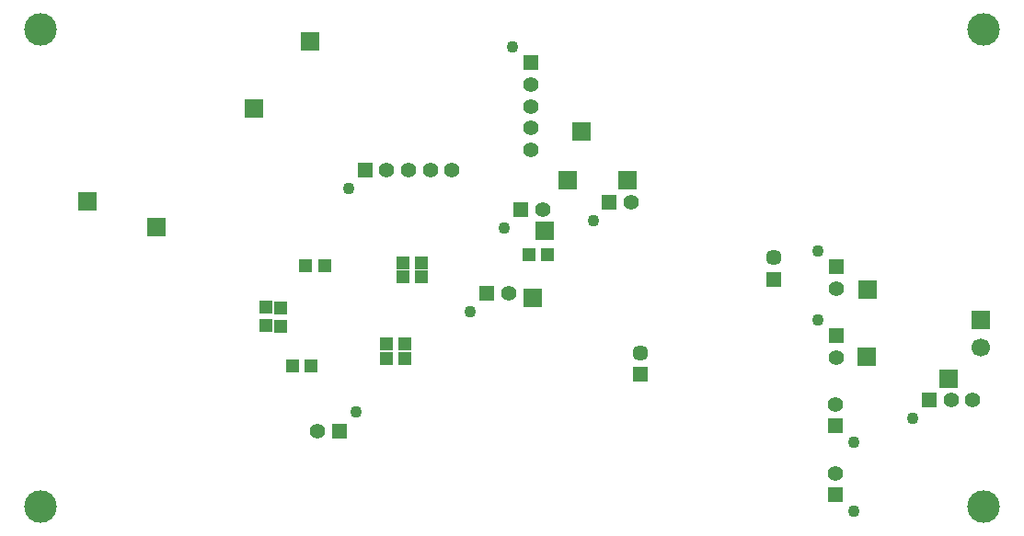
<source format=gbr>
G04 DipTrace 3.2.0.1*
G04 BottomMask.gbr*
%MOIN*%
G04 #@! TF.FileFunction,Soldermask,Bot*
G04 #@! TF.Part,Single*
%ADD62C,0.043307*%
%ADD63C,0.11811*%
%ADD91C,0.066929*%
%ADD112C,0.057087*%
%ADD114R,0.057087X0.057087*%
%ADD118R,0.051181X0.047244*%
%ADD124R,0.047244X0.051181*%
%ADD125C,0.055118*%
%ADD127R,0.055118X0.055118*%
%ADD129R,0.066929X0.066929*%
%FSLAX26Y26*%
G04*
G70*
G90*
G75*
G01*
G04 BotMask*
%LPD*%
D129*
X2270978Y1254487D3*
X2614692Y1679442D3*
X3480315Y1039370D3*
D127*
X3370155Y1116357D3*
D125*
Y1037617D3*
D62*
X3303226Y1175412D3*
D129*
X2314723Y1498211D3*
D127*
X3367564Y539643D3*
D125*
Y618383D3*
D62*
X3434493Y480588D3*
D127*
X3367564Y789643D3*
D125*
Y868383D3*
D62*
X3434493Y730588D3*
D129*
X3484252Y1283465D3*
D127*
X3370155Y1366357D3*
D125*
Y1287617D3*
D62*
X3303226Y1425412D3*
D118*
X1448819Y1370079D3*
X1515748D3*
X1799213Y1381890D3*
X1866142D3*
X1468504Y1007874D3*
X1401575D3*
X1799213Y1330709D3*
X1866142D3*
X1807087Y1035433D3*
X1740157D3*
X1807087Y1086614D3*
X1740157D3*
D124*
X1303150Y1220472D3*
Y1153543D3*
X1356299Y1218504D3*
Y1151575D3*
D114*
X2661417Y976378D3*
D112*
Y1055118D3*
D114*
X3144929Y1322087D3*
D112*
Y1400827D3*
D129*
X906281Y1509793D3*
X656307Y1603533D3*
X3778196Y959392D3*
D127*
X1571024Y772370D3*
D125*
X1492283D3*
D62*
X1630079Y839299D3*
D125*
X1820997Y1716021D3*
X1899738D3*
X1978478D3*
X1742257D3*
D127*
X1663517D3*
D62*
X1604462Y1649092D3*
D125*
X2265449Y1948614D3*
Y1869874D3*
Y1791134D3*
Y2027354D3*
D127*
Y2106094D3*
D62*
X2198520Y2165150D3*
D127*
X3707655Y885108D3*
D125*
X3786395D3*
X3865135D3*
D62*
X3648600Y818178D3*
D129*
X3895155Y1172605D3*
D91*
Y1072605D3*
D118*
X2258479Y1410720D3*
X2325408D3*
D127*
X2103927Y1271961D3*
D125*
X2182667D3*
D62*
X2044871Y1205031D3*
D127*
X2548491Y1600806D3*
D125*
X2627231D3*
D62*
X2489436Y1533877D3*
D127*
X2227232Y1573203D3*
D125*
X2305972D3*
D62*
X2168177Y1506274D3*
D129*
X1464567Y2185039D3*
X1259843Y1940945D3*
X2445743Y1857874D3*
X2398499Y1680520D3*
D63*
X488189Y2228346D3*
Y496063D3*
X3905512D3*
Y2228346D3*
M02*

</source>
